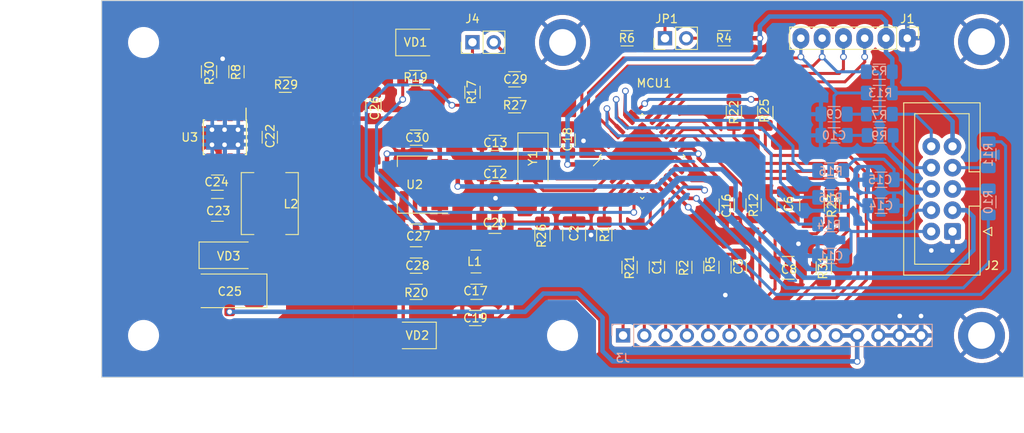
<source format=kicad_pcb>
(kicad_pcb (version 20221018) (generator pcbnew)
  (layers (0 "F.Cu" signal) (31 "B.Cu" signal) (34 "B.Paste" user) (35 "F.Paste" user) (36 "B.SilkS" user "B.Silkscreen") (37 "F.SilkS" user "F.Silkscreen") (38 "B.Mask" user) (39 "F.Mask" user) (44 "Edge.Cuts" user))
  (net 0 "")
  (net 1 "/ADC_IN3")
  (net 2 "GND")
  (net 3 "Net-(MCU1-PA0)")
  (net 4 "/ADC_IN4")
  (net 5 "RST")
  (net 6 "RefI")
  (net 7 "RefV")
  (net 8 "ON")
  (net 9 "PSON")
  (net 10 "VDD")
  (net 11 "VDDA")
  (net 12 "Net-(U3-BOOT)")
  (net 13 "+15V")
  (net 14 "+5V")
  (net 15 "ADC_IN8")
  (net 16 "SWDIO")
  (net 17 "SWCLK")
  (net 18 "AUDIO")
  (net 19 "RefV3")
  (net 20 "IFB")
  (net 21 "OVL")
  (net 22 "PSFBV")
  (net 23 "Net-(JP1-B)")
  (net 24 "BOOT")
  (net 25 "SCL")
  (net 26 "SDA")
  (net 27 "ENCA")
  (net 28 "/TIM1_CH1")
  (net 29 "SPI1_SCK")
  (net 30 "SPI1_MISO")
  (net 31 "SPI1_MOSI")
  (net 32 "PF1")
  (net 33 "PF0")
  (net 34 "LED1")
  (net 35 "Net-(VD1-A)")
  (net 36 "Net-(VD2-A)")
  (net 37 "PA12")
  (net 38 "/TIM1_CH2")
  (net 39 "PA15")
  (net 40 "Net-(U3-VSENSE)")
  (net 41 "ENCB")
  (net 42 "TIM1_CH3")
  (net 43 "TIM1_CH4")
  (net 47 "/PH")
  (net 48 "Net-(J2-Pin_10)")
  (net 49 "Net-(J2-Pin_8)")
  (net 50 "Net-(J2-Pin_7)")
  (net 51 "Net-(J2-Pin_5)")
  (net 52 "Net-(J4-Pin_2)")
  (net 53 "Net-(J4-Pin_1)")
  (net 54 "PA1")
  (net 55 "ADC_IN9")
  (net 56 "FANch")
  (net 57 "Net-(J2-Pin_6)")
  (net 58 "Net-(J2-Pin_4)")
  (net 59 "Net-(J2-Pin_2)")
  (net 61 "PA11")
  (footprint "Resistor_SMD:R_1206_3216Metric_Pad1.30x1.75mm_HandSolder" (layer "F.Cu") (at 152.759999 84.8575 -90)
    (fp_text reference "R5")
    (fp_text value "1k")
  )
  (footprint "Capacitor_SMD:C_1206_3216Metric_Pad1.33x1.80mm_HandSolder" (layer "F.Cu") (at 126.9375 73.7 180)
    (fp_text reference "C12")
    (fp_text value "15")
  )
  (footprint "Capacitor_SMD:C_1206_3216Metric_Pad1.33x1.80mm_HandSolder" (layer "F.Cu") (at 126.9375 70 180)
    (fp_text reference "C13")
    (fp_text value "15")
  )
  (footprint "Capacitor_SMD:C_1206_3216Metric_Pad1.33x1.80mm_HandSolder" (layer "F.Cu") (at 117.535 84.661108 180)
    (fp_text reference "C28")
    (fp_text value "0,1")
  )
  (footprint "Resistor_SMD:R_1206_3216Metric_Pad1.30x1.75mm_HandSolder" (layer "F.Cu") (at 92.8125 61.49625 90)
    (fp_text reference "R30")
    (fp_text value "3,24k")
  )
  (footprint "MountingHole:MountingHole_3.2mm_M3_DIN965_Pad" (layer "F.Cu") (at 185 57.9)
    (fp_text reference "H6" hide)
    (fp_text value "MountingHole_Pad" hide)
  )
  (footprint "Package_TO_SOT_SMD:SOT-223-3_TabPin2" (layer "F.Cu") (at 117.1975 74.98222 180)
    (fp_text reference "U2")
    (fp_text value "AMS1117-3.3")
  )
  (footprint "Capacitor_SMD:C_1206_3216Metric_Pad1.33x1.80mm_HandSolder" (layer "F.Cu") (at 156.023332 84.8575 -90)
    (fp_text reference "C3")
    (fp_text value "0,01")
  )
  (footprint "Capacitor_SMD:C_1206_3216Metric_Pad1.33x1.80mm_HandSolder" (layer "F.Cu") (at 100.0625 69.32125 -90)
    (fp_text reference "C22")
    (fp_text value "0,01")
  )
  (footprint "Resistor_SMD:R_1206_3216Metric_Pad1.30x1.75mm_HandSolder" (layer "F.Cu") (at 143 84.8575 -90)
    (fp_text reference "R21")
    (fp_text value "150")
  )
  (footprint "Capacitor_SMD:C_1206_3216Metric_Pad1.33x1.80mm_HandSolder" (layer "F.Cu") (at 154.6 77.4 -90)
    (fp_text reference "C16")
    (fp_text value "0,1")
  )
  (footprint "Capacitor_SMD:C_1210_3225Metric_Pad1.33x2.70mm_HandSolder" (layer "F.Cu") (at 117.535 81.046664 180)
    (fp_text reference "C27")
    (fp_text value "47,0")
  )
  (footprint "Capacitor_SMD:C_1206_3216Metric_Pad1.33x1.80mm_HandSolder" (layer "F.Cu") (at 135.6 69.6375 90)
    (fp_text reference "C18")
    (fp_text value "0,1")
  )
  (footprint "Crystal:Crystal_SMD_5032-2Pin_5.0x3.2mm" (layer "F.Cu") (at 131.47 71.85 -90)
    (fp_text reference "Y1")
    (fp_text value "12MHz*")
  )
  (footprint "Resistor_SMD:R_1206_3216Metric_Pad1.30x1.75mm_HandSolder" (layer "F.Cu") (at 124.25 63.95 -90)
    (fp_text reference "R17")
    (fp_text value "10")
  )
  (footprint "Resistor_SMD:R_1206_3216Metric_Pad1.30x1.75mm_HandSolder" (layer "F.Cu") (at 96.0875 61.49625 90)
    (fp_text reference "R8")
    (fp_text value "*")
  )
  (footprint "Resistor_SMD:R_1206_3216Metric_Pad1.30x1.75mm_HandSolder" (layer "F.Cu") (at 167.15 77.45 90)
    (fp_text reference "R23")
    (fp_text value "3k")
  )
  (footprint "Capacitor_SMD:C_1206_3216Metric_Pad1.33x1.80mm_HandSolder" (layer "F.Cu") (at 124.75 87.786108)
    (fp_text reference "C17")
    (fp_text value "0,1")
  )
  (footprint "Capacitor_SMD:C_1206_3216Metric_Pad1.33x1.80mm_HandSolder" (layer "F.Cu") (at 112.43 65.54 90)
    (fp_text reference "C26")
    (fp_text value "0,1")
  )
  (footprint "Resistor_SMD:R_1206_3216Metric_Pad1.30x1.75mm_HandSolder" (layer "F.Cu") (at 149.526666 84.8575 -90)
    (fp_text reference "R2")
    (fp_text value "1k")
  )
  (footprint "Capacitor_SMD:C_1210_3225Metric_Pad1.33x2.70mm_HandSolder" (layer "F.Cu") (at 136.38 81 -90)
    (fp_text reference "C2")
    (fp_text value "0,01")
  )
  (footprint "Capacitor_SMD:C_1206_3216Metric_Pad1.33x1.80mm_HandSolder" (layer "F.Cu") (at 117.5375 69.367776 180)
    (fp_text reference "C30")
    (fp_text value "0,1")
  )
  (footprint "MountingHole:MountingHole_3.2mm_M3_DIN965_Pad" (layer "F.Cu") (at 185 93)
    (fp_text reference "H4" hide)
    (fp_text value "MountingHole_Pad" hide)
  )
  (footprint "0smps_footprints:TI_SO-PowerPAD-8_ThermalViasV1" (layer "F.Cu") (at 94.705 69.32125 -90)
    (fp_text reference "U3")
    (fp_text value "TPS5430DDA")
  )
  (footprint "Resistor_SMD:R_1206_3216Metric_Pad1.30x1.75mm_HandSolder" (layer "F.Cu") (at 101.9125 63.04625)
    (fp_text reference "R29")
    (fp_text value "10k")
  )
  (footprint "Capacitor_SMD:C_1206_3216Metric_Pad1.33x1.80mm_HandSolder" (layer "F.Cu") (at 146.263333 84.8575 -90)
    (fp_text reference "C1")
    (fp_text value "0,01")
  )
  (footprint "MountingHole:MountingHole_3.2mm_M3_DIN965_Pad" (layer "F.Cu") (at 135 58)
    (fp_text reference "H5" hide)
    (fp_text value "MountingHole_Pad")
  )
  (footprint "Connector_PinHeader_2.54mm:PinHeader_1x02_P2.54mm_Vertical" (layer "F.Cu") (at 147.225 57.5 90)
    (fp_text reference "JP1")
    (fp_text value "Boot")
  )
  (footprint "Capacitor_SMD:C_1206_3216Metric_Pad1.33x1.80mm_HandSolder" (layer "F.Cu") (at 129.275 62.4 180)
    (fp_text reference "C29")
    (fp_text value "0,1")
  )
  (footprint "Capacitor_SMD:C_1210_3225Metric_Pad1.33x2.70mm_HandSolder" (layer "F.Cu") (at 126.925 79.45 180)
    (fp_text reference "C20")
    (fp_text value "22,0")
  )
  (footprint "Capacitor_SMD:C_1210_3225Metric_Pad1.33x2.70mm_HandSolder" (layer "F.Cu") (at 161.945 77.4 90)
    (fp_text reference "C6")
    (fp_text value "4,7")
  )
  (footprint "Resistor_SMD:R_1206_3216Metric_Pad1.30x1.75mm_HandSolder" (layer "F.Cu") (at 166.175 84.925 90)
    (fp_text reference "R31")
    (fp_text value "10")
  )
  (footprint "Resistor_SMD:R_1206_3216Metric_Pad1.30x1.75mm_HandSolder" (layer "F.Cu") (at 139.98 81 90)
    (fp_text reference "R1")
    (fp_text value "2k7")
  )
  (footprint "Capacitor_Tantalum_SMD:CP_EIA-7132-20_AVX-U" (layer "F.Cu") (at 95.4125 87.67125 180)
    (fp_text reference "C25")
    (fp_text value "220,0")
  )
  (footprint "Capacitor_SMD:C_1206_3216Metric_Pad1.33x1.80mm_HandSolder" (layer "F.Cu") (at 124.6 90.925 180)
    (fp_text reference "C19")
    (fp_text value "0,1")
  )
  (footprint "2020_zmod:PinHeader_1x06_P2.54mm_Vertical_zm" (layer "F.Cu") (at 176.14 57.49 -90)
    (fp_text reference "J1")
    (fp_text value "Debug")
  )
  (footprint "Capacitor_SMD:C_1210_3225Metric_Pad1.33x2.70mm_HandSolder" (layer "F.Cu") (at 161.925 84.925)
    (fp_text reference "C8")
    (fp_text value "4,7")
  )
  (footprint "LED_SMD:LED_1210_3225Metric_Pad1.42x2.65mm_HandSolder" (layer "F.Cu") (at 117.5575 58)
    (fp_text reference "VD1")
    (fp_text value "~")
  )
  (footprint "Capacitor_SMD:C_1206_3216Metric_Pad1.33x1.80mm_HandSolder" (layer "F.Cu") (at 93.8125 74.74625 180)
    (fp_text reference "C24")
    (fp_text value "0,1")
  )
  (footprint "Resistor_SMD:R_1206_3216Metric_Pad1.30x1.75mm_HandSolder" (layer "F.Cu") (at 129.275 65.5 180)
    (fp_text reference "R27")
    (fp_text value "10k")
  )
  (footprint "Resistor_SMD:R_1206_3216Metric_Pad1.30x1.75mm_HandSolder" (layer "F.Cu") (at 117.475 62.25)
    (fp_text reference "R19")
    (fp_text value "2k")
  )
  (footprint "Inductor_SMD:L_Abracon_ASPI-0630LR" (layer "F.Cu") (at 100.0625 77.24625 -90)
    (fp_text reference "L2")
    (fp_text value "22мкГн")
  )
  (footprint "Package_QFP:LQFP-32_7x7mm_P0.8mm" (layer "F.Cu") (at 144.506384 71.597957 45)
    (fp_text reference "MCU1")
    (fp_text value "STM32F030K6Tx")
  )
  (footprint "Resistor_SMD:R_1206_3216Metric_Pad1.30x1.75mm_HandSolder" (layer "F.Cu") (at 157.8 77.4 90)
    (fp_text reference "R12")
    (fp_text value "1k")
  )
  (footprint "Resistor_SMD:R_1206_3216Metric_Pad1.30x1.75mm_HandSolder" (layer "F.Cu") (at 159.2 66.35 -90)
    (fp_text reference "R25")
    (fp_text value "150")
  )
  (footprint "Diode_SMD:D_2010_5025Metric_Pad1.52x2.65mm_HandSolder" (layer "F.Cu") (at 94.9875 83.42125)
    (fp_text reference "VD3")
    (fp_text value "~")
  )
  (footprint "Connector_PinHeader_2.54mm:PinHeader_1x02_P2.54mm_Vertical" (layer "F.Cu") (at 124.25 57.975 90)
    (fp_text reference "J4")
    (fp_text value "t")
  )
  (footprint "LED_SMD:LED_1210_3225Metric_Pad1.42x2.65mm_HandSolder" (layer "F.Cu") (at 117.4725 93 180)
    (fp_text reference "VD2")
    (fp_text value "~")
  )
  (footprint "Resistor_SMD:R_1206_3216Metric_Pad1.30x1.75mm_HandSolder" (layer "F.Cu") (at 117.535 87.795552 180)
    (fp_text reference "R20")
    (fp_text value "2k")
  )
  (footprint "Resistor_SMD:R_1206_3216Metric_Pad1.30x1.75mm_HandSolder" (layer "F.Cu") (at 154.3 57.49 180)
    (fp_text reference "R4")
    (fp_text value "1k")
  )
  (footprint "0smps_footprints:IDC-Header_2x05_P2.54_V01" (layer "F.Cu") (at 181.54 80.58 180)
    (fp_text reference "J2")
    (fp_text value "~")
  )
  (footprint "MountingHole:MountingHole_3.2mm_M3" (layer "F.Cu") (at 85 93)
    (fp_text reference "H2" hide)
    (fp_text value "MountingHole")
  )
  (footprint "Resistor_SMD:R_1206_3216Metric_Pad1.30x1.75mm_HandSolder" (layer "F.Cu") (at 132.6 81 -90)
    (fp_text reference "R26")
    (fp_text value "150")
  )
  (footprint "Inductor_SMD:L_1210_3225Metric_Pad1.42x2.65mm_HandSolder" (layer "F.Cu") (at 124.675 84.171664)
    (fp_text reference "L1")
    (fp_text value "100мкГн")
  )
  (footprint "MountingHole:MountingHole_3.2mm_M3" (layer "F.Cu") (at 85 58)
    (fp_text reference "H3" hide)
    (fp_text value "MountingHole")
  )
  (footprint "MountingHole:MountingHole_3.2mm_M3" (layer "F.Cu") (at 135 93)
    (fp_text reference "H1" hide)
    (fp_text value "MountingHole")
  )
  (footprint "Resistor_SMD:R_1206_3216Metric_Pad1.30x1.75mm_HandSolder" (layer "F.Cu") (at 142.7 57.5)
    (fp_text reference "R6")
    (fp_text value "10k")
  )
  (footprint "Capacitor_SMD:C_1210_3225Metric_Pad1.33x2.70mm_HandSolder" (layer "F.Cu") (at 93.8125 77.99625 180)
    (fp_text reference "C23")
    (fp_text value "22,0")
  )
  (footprint "Resistor_SMD:R_1206_3216Metric_Pad1.30x1.75mm_HandSolder" (layer "F.Cu") (at 155.45 66.35 -90)
    (fp_text reference "R22")
    (fp_text value "150")
  )
  (footprint "Capacitor_SMD:C_1206_3216Metric_Pad1.33x1.80mm_HandSolder" (layer "B.Cu") (at 167.4 66.566666 180)
    (fp_text reference "C9")
    (fp_text value "100*")
  )
  (footprint "Capacitor_SMD:C_1206_3216Metric_Pad1.33x1.80mm_HandSolder" (layer "B.Cu") (at 167 83.5 180)
    (fp_text reference "C11")
    (fp_text value "100")
  )
  (footprint "Resistor_SMD:R_1206_3216Metric_Pad1.30x1.75mm_HandSolder" (layer "B.Cu") (at 167 76.5)
    (fp_text reference "R15")
    (fp_text value "22")
  )
  (footprint "Resistor_SMD:R_1206_3216Metric_Pad1.30x1.75mm_HandSolder" (layer "B.Cu") (at 172.9 69.1)
    (fp_text reference "R9")
    (fp_text value "22")
  )
  (footprint "Connector_PinHeader_2.54mm:PinHeader_1x15_P2.54mm_Vertical" (layer "B.Cu") (at 142.22 93 -90)
    (fp_text reference "J3")
    (fp_text value "~")
  )
  (footprint "Capacitor_SMD:C_1206_3216Metric_Pad1.33x1.80mm_HandSolder" (layer "B.Cu") (at 173 74.4 180)
    (fp_text reference "C15")
    (fp_text value "100")
  )
  (footprint "Resistor_SMD:R_1206_3216Metric_Pad1.30x1.75mm_HandSolder" (layer "B.Cu") (at 172.8 61.5)
    (fp_text reference "R3")
    (fp_text value "15k")
  )
  (footprint "Resistor_SMD:R_1206_3216Metric_Pad1.30x1.75mm_HandSolder" (layer "B.Cu") (at 167 73.3)
    (fp_text reference "R16")
    (fp_text value "22")
  )
  (footprint "Resistor_SMD:R_1206_3216Metric_Pad1.30x1.75mm_HandSolder" (layer "B.Cu") (at 185.81 71.41 -90)
    (fp_text reference "R11")
    (fp_text value "22")
  )
  (footprint "Resistor_SMD:R_1206_3216Metric_Pad1.30x1.75mm_HandSolder" (layer "B.Cu") (at 172.8 64.033333)
    (fp_text reference "R13")
    (fp_text value "15k")
  )
  (footprint "Resistor_SMD:R_1206_3216Metric_Pad1.30x1.75mm_HandSolder" (layer "B.Cu") (at 185.81 77.05 90)
    (fp_text reference "R10")
    (fp_text value "22")
  )
  (footprint "Resistor_SMD:R_1206_3216Metric_Pad1.30x1.75mm_HandSolder" (layer "B.Cu") (at 172.8 66.566666)
    (fp_text reference "R7")
    (fp_text value "22")
  )
  (footprint "Capacitor_SMD:C_1206_3216Metric_Pad1.33x1.80mm_HandSolder" (layer "B.Cu") (at 173 77.5)
    (fp_text reference "C14")
    (fp_text value "100")
  )
  (footprint "Resistor_SMD:R_1206_3216Metric_Pad1.30x1.75mm_HandSolder" (layer "B.Cu") (at 167 79.7)
    (fp_text reference "R14")
    (fp_text value "22")
  )
  (footprint "Capacitor_SMD:C_1206_3216Metric_Pad1.33x1.80mm_HandSolder" (layer "B.Cu") (at 167.4 69.1 180)
    (fp_text reference "C10")
    (fp_text value "100*")
  )
  (gr_line (start 190 53) (end 190 98) (stroke (width 0.1)) (layer "Edge.Cuts"))
  (gr_line (start 80 98) (end 80 53) (stroke (width 0.1)) (layer "Edge.Cuts"))
  (gr_line (start 80 53) (end 190 53) (stroke (width 0.1)) (layer "Edge.Cuts"))
  (gr_line (start 190 98) (end 80 98) (stroke (width 0.1)) (layer "Edge.Cuts"))
  (segment (start 146.275833 83.3075) (end 146.263333 83.295) (width 0.36) (layer "F.Cu") (net 1))
  (segment (start 146.263333 83.295) (end 146.263333 80.363333) (width 0.36) (layer "F.Cu") (net 1))
  (segment (start 146.263333 80.363333) (end 145.471573 79.571573) (width 0.36) (layer "F.Cu") (net 1))
  (segment (start 149.526666 83.3075) (end 146.275833 83.3075) (width 0.36) (layer "F.Cu") (net 1))
  (segment (start 145.471573 79.571573) (end 145.471573 76.528427) (width 0.36) (layer "F.Cu") (net 1))
  (segment (start 94.07 72.02125) (end 94.07 69.95625) (width 0.54) (layer "F.Cu") (net 2))
  (segment (start 177.78 90.54) (end 181.54 86.78) (width 0.54) (layer "F.Cu") (net 2))
  (segment (start 179 86.86) (end 175.24 90.62) (width 0.54) (layer "F.Cu") (net 2))
  (segment (start 136.075 68.075) (end 135.6 68.075) (width 0.36) (layer "F.Cu") (net 2))
  (segment (start 96.0875 59.94625) (end 92.8125 59.94625) (width 0.54) (layer "F.Cu") (net 2))
  (segment (start 139.567231 70.624085) (end 138.374085 70.624085) (width 0.44) (layer "F.Cu") (net 2))
  (segment (start 94.07 69.95625) (end 94.705 69.32125) (width 0.54) (layer "F.Cu") (net 2))
  (segment (start 181.54 86.78) (end 181.54 82.85) (width 0.54) (layer "F.Cu") (net 2))
  (segment (start 94.07 72.02125) (end 94.07 72.92625) (width 0.54) (layer "F.Cu") (net 2))
  (segment (start 92.25 87.28375) (end 92.25 77.99625) (width 0.54) (layer "F.Cu") (net 2))
  (segment (start 179 82.85) (end 179 86.86) (width 0.54) (layer "F.Cu") (net 2))
  (segment (start 138.374085 70.624085) (end 137.5 69.75) (width 0.44) (layer "F.Cu") (net 2))
  (segment (start 181.54 82.85) (end 179 82.85) (width 0.54) (layer "F.Cu") (net 2))
  (segment (start 92.25 74.74625) (end 92.25 77.99625) (width 0.54) (layer "F.Cu") (net 2))
  (segment (start 175.24 90.62) (end 175.24 93) (width 0.54) (layer "F.Cu") (net 2))
  (segment (start 140.7 71.7) (end 148.5 71.7) (width 0.44) (layer "F.Cu") (net 2))
  (segment (start 148.5 71.7) (end 149.431371 72.568629) (width 0.44) (layer "F.Cu") (net 2))
  (segment (start 181.54 80.58) (end 181.54 82.85) (width 0.54) (layer "F.Cu") (net 2))
  (segment (start 149.431371 72.568629) (end 149.843629 72.568629) (width 0.44) (layer "F.Cu") (net 2))
  (segment (start 177.78 93) (end 177.78 90.54) (width 0.54) (layer "F.Cu") (net 2))
  (segment (start 92.6375 87.67125) (end 92.25 87.28375) (width 0.54) (layer "F.Cu") (net 2))
  (segment (start 149.843629 72.568629) (end 150.8 73.525) (width 0.44) (layer "F.Cu") (net 2))
  (segment (start 117.7725 81.1) (end 117.7975 81.125) (width 0.4) (layer "F.Cu") (net 2))
  (segment (start 94.07 72.92625) (end 92.25 74.74625) (width 0.54) (layer "F.Cu") (net 2))
  (segment (start 139.567231 70.624085) (end 140.7 71.7) (width 0.44) (layer "F.Cu") (net 2))
  (segment (start 177.78 93) (end 175.24 93) (width 0.54) (layer "F.Cu") (net 2))
  (via (at 175.24 90.68) (size 0.8) (drill 0.55) (layers "F.Cu" "B.Cu") (net 2))
  (via (at 127 76.6) (size 0.8) (drill 0.55) (layers "F.Cu" "B.Cu") (net 2))
  (via (at 94.663334 68.42125) (size 0.8) (drill 0.55) (layers "F.Cu" "B.Cu") (net 2))
  (via (at 93.163334 70.22125) (size 0.8) (drill 0.55) (layers "F.Cu" "B.Cu") (net 2))
  (via (at 181.54 82.85) (size 0.8) (drill 0.55) (layers "F.Cu" "B.Cu") (net 2))
  (via (at 96.263334 70.22125) (size 0.8) (drill 0.55) (layers "F.Cu" "B.Cu") (net 2))
  (via (at 137.5 69.75) (size 0.8) (drill 0.55) (layers "F.Cu" "B.Cu") (net 2))
  (via (at 163.15 82.05) (size 0.8) (drill 0.55) (layers "F.Cu" "B.Cu") (net 2))
  (via (at 138.4 81) (size 0.8) (drill 0.55) (layers "F.Cu" "B.Cu") (net 2))
  (via (at 177.78 90.68) (size 0.8) (drill 0.55) (layers "F.Cu" "B.Cu") (net 2))
  (via (at 154.425 88.175) (size 0.8) (drill 0.55) (layers "F.Cu" "B.Cu") (net 2))
  (via (at 94.4375 59.94625) (size 0.8) (drill 0.55) (layers "F.Cu" "B.Cu") (net 2))
  (via (at 179 82.85) (size 0.8) (drill 0.55) (layers "F.Cu" "B.Cu") (net 2))
  (via (at 94.663334 70.22125) (size 0.8) (drill 0.55) (layers "F.Cu" "B.Cu") (net 2))
  (via (at 96.263334 68.42125) (size 0.8) (drill 0.55) (layers "F.Cu" "B.Cu") (net 2))
  (via (at 93.163334 68.42125) (size 0.8) (drill 0.55) (layers "F.Cu" "B.Cu") (net 2))
  (segment (start 94.7 72.407708) (end 94.7 65.992292) (width 0.44) (layer "B.Cu") (net 2))
  (segment (start 175.24 93) (end 177.78 93) (width 0.54) (layer "B.Cu") (net 2))
  (segment (start 93.2 72.607708) (end 93.2 66.192292) (width 0.44) (layer "B.Cu") (net 2))
  (segment (start 175.24 90.68) (end 175.24 93) (width 0.54) (layer "B.Cu") (net 2))
  (segment (start 91.584584 70.2) (end 98 70.2) (width 0.44) (layer "B.Cu") (net 2))
  (segment (start 93.125834 68.38375) (end 93.163334 68.42125) (width 0.44) (layer "B.Cu") (net 2))
  (segment (start 96.3 72.407708) (end 96.3 65.992292) (width 0.44) (layer "B.Cu") (net 2))
  (segment (start 181.54 82.85) (end 179 82.85) (width 0.54) (layer "B.Cu") (net 2))
  (segment (start 91.584584 68.42125) (end 98 68.42125) (width 0.44) (layer "B.Cu") (net 2))
  (segment (start 177.78 90.68) (end 177.78 93) (width 0.54) (layer "B.Cu") (net 2))
  (segment (start 181.54 80.58) (end 181.54 82.85) (width 0.54) (layer "B.Cu") (net 2))
  (segment (start 142.395658 75.397056) (end 139.98 77.812714) (width 0.36) (layer "F.Cu") (net 3))
  (segment (start 139.98 77.812714) (end 139.98 79.45) (width 0.36) (layer "F.Cu") (net 3))
  (segment (start 152.772499 83.295) (end 152.759999 83.3075) (width 0.36) (layer "F.Cu") (net 4))
  (segment (start 150.527499 81.075) (end 148.375 81.075) (width 0.36) (layer "F.Cu") (net 4))
  (segment (start 156.023332 83.295) (end 152.772499 83.295) (width 0.36) (layer "F.Cu") (net 4))
  (segment (start 148.375 81.075) (end 146.975 79.675) (width 0.36) (layer "F.Cu") (net 4))
  (segment (start 146.975 79.675) (end 146.975 76.900483) (width 0.36) (layer "F.Cu") (net 4))
  (segment (start 146.975 76.900483) (end 146.037258 75.962741) (width 0.36) (layer "F.Cu") (net 4))
  (segment (start 152.759999 83.3075) (end 150.527499 81.075) (width 0.36) (layer "F.Cu") (net 4))
  (segment (start 161.945 78.9625) (end 159.525 78.9625) (width 0.36) (layer "F.Cu") (net 6))
  (segment (start 159.525 78.9625) (end 159.525 80.225) (width 0.36) (layer "F.Cu") (net 6))
  (segment (start 159.525 80.225) (end 158.55 81.2) (width 0.36) (layer "F.Cu") (net 6))
  (segment (start 158.55 87.625) (end 154.92 91.255) (width 0.36) (layer "F.Cu") (net 6))
  (segment (start 157.8125 78.9625) (end 157.8 78.95) (width 0.36) (layer "F.Cu") (net 6))
  (segment (start 158.55 81.2) (end 158.55 87.625) (width 0.36) (layer "F.Cu") (net 6))
  (segment (start 154.92 91.255) (end 154.92 93) (width 0.36) (layer "F.Cu") (net 6))
  (segment (start 159.525 78.9625) (end 157.8125 78.9625) (width 0.36) (layer "F.Cu") (net 6))
  (segment (start 157.46 90.315) (end 157.46 93) (width 0.36) (layer "F.Cu") (net 7))
  (segment (start 160.3625 83.475) (end 160.3625 81.3875) (width 0.36) (layer "F.Cu") (net 7))
  (segment (start 160.3625 81.3875) (end 160.9 80.85) (width 0.36) (layer "F.Cu") (net 7))
  (segment (start 160.3625 87.4125) (end 157.46 90.315) (width 0.36) (layer "F.Cu") (net 7))
  (segment (start 160.3625 83.475) (end 160.3625 87.4125) (width 0.36) (layer "F.Cu") (net 7))
  (segment (start 160.9 80.85) (end 165.3 80.85) (width 0.36) (layer "F.Cu") (net 7))
  (segment (start 165.3 80.85) (end 167.15 79) (width 0.36) (layer "F.Cu") (net 7))
  (segment (start 160 71.5) (end 159.2 70.7) (width 0.36) (layer "F.Cu") (net 8))
  (segment (start 167.825 89.8) (end 171.25 86.375) (width 0.36) (layer "F.Cu") (net 8))
  (segment (start 169.2 71.5) (end 160 71.5) (width 0.36) (layer "F.Cu") (net 8))
  (segment (start 171.25 73.55) (end 169.2 71.5) (width 0.36) (layer "F.Cu") (net 8))
  (segment (start 171.25 86.375) (end 171.25 73.55) (width 0.36) (layer "F.Cu") (net 8))
  (segment (start 165.08 93) (end 165.08 90.895) (width 0.36) (layer "F.Cu") (net 8))
  (segment (start 165.08 90.895) (end 166.175 89.8) (width 0.36) (layer "F.Cu") (net 8))
  (segment (start 159.2 70.7) (end 159.2 67.9) (width 0.36) (layer "F.Cu") (net 8))
  (segment (start 166.175 89.8) (end 167.825 89.8) (width 0.36) (layer "F.Cu") (net 8))
  (segment (start 162.54 91.085) (end 162.54 93) (width 0.36) (layer "F.Cu") (net 9))
  (segment (start 158.55 72.45) (end 168.85 72.45) (width 0.36) (layer "F.Cu") (net 9))
  (segment (start 167.675 88.5) (end 165.125 88.5) (width 0.36) (layer "F.Cu") (net 9))
  (segment (start 155.45 67.9) (end 155.45 69.35) (width 0.36) (layer "F.Cu") (net 9))
  (segment (start 168.85 72.45) (end 170.25 73.85) (width 0.36) (layer "F.Cu") (net 9))
  (segment (start 170.25 85.925) (end 167.675 88.5) (width 0.36) (layer "F.Cu") (net 9))
  (segment (start 155.45 69.35) (end 158.55 72.45) (width 0.36) (layer "F.Cu") (net 9))
  (segment (start 165.125 88.5) (end 162.54 91.085) (width 0.36) (layer "F.Cu") (net 9))
  (segment (start 170.25 73.85) (end 170.25 85.925) (width 0.36) (layer "F.Cu") (net 9))
  (segment (start 135.601371 72.568629) (end 135.6 72.57) (width 0.44) (layer "F.Cu") (net 10))
  (segment (start 151.2 71.3) (end 151.2 71.83) (width 0.44) (layer "F.Cu") (net 10))
  (segment (start 114.0475 74.98222) (end 114.0475 71.3) (width 0.54) (layer "F.Cu") (net 10))
  (segment (start 119.085 83) (end 119.085 81.059164) (width 0.54) (layer "F.Cu") (net 10))
  (segment (start 135.601371 72.568629) (end 135.601371 71.201371) (width 0.44) (layer "F.Cu") (net 10))
  (segment (start 119.0975 80.1) (end 117.3975 78.4) (width 0.54) (layer "F.Cu") (net 10))
  (segment (start 154.6 75.23) (end 154.6 75.8375) (width 0.44) (layer "F.Cu") (net 10))
  (segment (start 135.601371 71.201371) (end 135.6 71.2) (width 0.44) (layer "F.Cu") (net 10))
  (segment (start 119.0975 81.046664) (end 119.0975 80.1) (width 0.54) (layer "F.Cu") (net 10))
  (segment (start 149.431371 70.624085) (end 150.524085 70.624085) (width 0.44) (layer "F.Cu") (net 10))
  (segment (start 136.971371 72.568629) (end 135.601371 72.568629) (width 0.54) (layer "F.Cu") (net 10))
  (segment (start 114.0475 74.98222) (end 117.3975 74.98222) (width 0.54) (layer "F.Cu") (net 10))
  (segment (start 139.567231 72.568629) (end 136.971371 72.568629) (width 0.54) (layer "F.Cu") (net 10))
  (segment (start 119.094444 87.786108) (end 119.085 87.795552) (width 0.54) (layer "F.Cu") (net 10))
  (segment (start 123.1875 87.786108) (end 119.094444 87.786108) (width 0.54) (layer "F.Cu") (net 10))
  (segment (start 117.3975 78.4) (end 117.3975 74.98222) (width 0.54) (layer "F.Cu") (net 10))
  (segment (start 123.1875 84.171664) (end 123.1875 87.786108) (width 0.54) (layer "F.Cu") (net 10))
  (segment (start 151.2 71.83) (end 154.6 75.23) (width 0.44) (layer "F.Cu") (net 10))
  (segment (start 158.55 57.49) (end 155.85 57.49) (width 0.54) (layer "F.Cu") (net 10))
  (segment (start 119.085 81.059164) (end 119.0975 81.046664) (width 0.54) (layer "F.Cu") (net 10))
  (segment (start 119.085 87.795552) (end 119.085 83) (width 0.54) (layer "F.Cu") (net 10))
  (segment (start 150.524085 70.624085) (end 151.2 71.3) (width 0.44) (layer "F.Cu") (net 10))
  (segment (start 117.3975 74.98222) (end 120.3475 74.98222) (width 0.54) (layer "F.Cu") (net 10))
  (via (at 135.6 72.57) (size 0.8) (drill 0.55) (layers "F.Cu" "B.Cu") (net 10))
  (via (at 114.0475 71.3) (size 0.8) (drill 0.55) (layers "F.Cu" "B.Cu") (net 10))
  (via (at 158.55 57.49) (size 0.8) (drill 0.55) (layers "F.Cu" "B.Cu") (net 10))
  (via (at 151.2 71.3) (size 0.8) (drill 0.55) (layers "F.Cu" "B.Cu") (net 10))
  (segment (start 157.65 59.95) (end 142.6 59.95) (width 0.54) (layer "B.Cu") (net 10))
  (segment (start 173.6 57.49) (end 173.6 59.2) (width 0.54) (layer "B.Cu") (net 10))
  (segment (start 142.6 59.95) (end 135.6 66.95) (width 0.54) (layer "B.Cu") (net 10))
  (segment (start 181.54 67.44) (end 181.54 70.42) (width 0.54) (layer "B.Cu") (net 10))
  (segment (start 174.35 61.5) (end 174.35 64.033333) (width 0.54) (layer "B.Cu") (net 10))
  (segment (start 178.133333 64.033333) (end 181.54 67.44) (width 0.54) (layer "B.Cu") (net 10))
  (segment (start 173.6 55.5) (end 173 54.9) (width 0.54) (layer "B.Cu") (net 10))
  (segment (start 158.55 59.05) (end 157.65 59.95) (width 0.54) (layer "B.Cu") (net 10))
  (segment (start 173.6 57.49) (end 173.6 55.5) (width 0.54) (layer "B.Cu") (net 10))
  (segment (start 173 54.9) (end 159.7 54.9) (width 0.54) (layer "B.Cu") (net 10))
  (segment (start 173.6 59.2) (end 174.35 59.95) (width 0.54) (layer "B.Cu") (net 10))
  (segment (start 174.35 64.033333) (end 178.133333 64.033333) (width 0.54) (layer "B.Cu") (net 10))
  (segment (start 151.2 71.3) (end 114.0475 71.3) (width 0.44) (layer "B.Cu") (net 10))
  (segment (start 174.35 59.95) (end 174.35 61.5) (width 0.54) (layer "B.Cu") (net 10))
  (segment (start 158.55 56.05) (end 158.55 59.05) (width 0.54) (layer "B.Cu") (net 10))
  (segment (start 135.6 66.95) (end 135.6 72.57) (width 0.54) (layer "B.Cu") (net 10))
  (segment (start 159.7 54.9) (end 158.55 56.05) (width 0.54) (layer "B.Cu") (net 10))
  (segment (start 128.4875 79.45) (end 128.4875 84.175) (width 0.36) (layer "F.Cu") (net 11))
  (segment (start 133.665 76.835) (end 132.6 77.9) (width 0.36) (layer "F.Cu") (net 11))
  (segment (start 127.35 90.925) (end 126.1625 90.925) (width 0.36) (layer "F.Cu") (net 11))
  (segment (start 132.6 79.45) (end 128.4875 79.45) (width 0.36) (layer "F.Cu") (net 11))
  (segment (start 132.6 77.9) (end 132.6 79.45) (width 0.36) (layer "F.Cu") (net 11))
  (segment (start 126.165836 84.175) (end 126.1625 84.171664) (width 0.36) (layer "F.Cu") (net 11))
  (segment (start 128.4875 84.175) (end 128.4875 89.7875) (width 0.36) (layer "F.Cu") (net 11))
  (segment (start 141.829973 74.831371) (end 139.826344 76.835) (width 0.36) (layer "F.Cu") (net 11))
  (segment (start 128.4875 84.175) (end 126.165836 84.175) (width 0.36) (layer "F.Cu") (net 11))
  (segment (start 128.4875 89.7875) (end 127.35 90.925) (width 0.36) (layer "F.Cu") (net 11))
  (segment (start 139.826344 76.835) (end 133.665 76.835) (width 0.36) (layer "F.Cu") (net 11))
  (segment (start 100.0625 67.47125) (end 99.2125 66.62125) (width 0.54) (layer "F.Cu") (net 12))
  (segment (start 99.2125 66.62125) (end 96.61 66.62125) (width 0.54) (layer "F.Cu") (net 12))
  (segment (start 100.0625 67.75875) (end 100.0625 67.47125) (width 0.54) (layer "F.Cu") (net 12))
  (segment (start 95.34 72.02125) (end 95.34 79.33625) (width 0.54) (layer "F.Cu") (net 13))
  (segment (start 170.16 96.1) (end 170.16 93) (width 0.54) (layer "F.Cu") (net 13))
  (segment (start 95.375 90.075) (end 95.375 77.99625) (width 0.54) (layer "F.Cu") (net 13))
  (segment (start 95.275 90.175) (end 95.375 90.075) (width 0.54) (layer "F.Cu") (net 13))
  (segment (start 170.16 93) (end 167.62 93) (width 0.54) (layer "F.Cu") (net 13))
  (segment (start 95.34 79.33625) (end 95.35 79.34625) (width 0.54) (layer "F.Cu") (net 13))
  (via (at 170.16 96.1) (size 0.8) (drill 0.55) (layers "F.Cu" "B.Cu") (net 13))
  (via (at 95.275 90.175) (size 0.8) (drill 0.55) (layers "F.Cu" "B.Cu") (net 13))
  (segment (start 139.77 90.87) (end 136.9 88) (width 0.54) (layer "B.Cu") (net 13))
  (segment (start 139.77 94.87) (end 139.77 90.87) (width 0.54) (layer "B.Cu") (net 13))
  (segment (start 170.16 96.1) (end 141 96.1) (width 0.54) (layer "B.Cu") (net 13))
  (segment (start 141 96.1) (end 139.77 94.87) (width 0.54) (layer "B.Cu") (net 13))
  (segment (start 130.525 90.175) (end 95.275 90.175) (width 0.54) (layer "B.Cu") (net 13))
  (segment (start 170.16 96.1) (end 170.16 93) (width 0.54) (layer "B.Cu") (net 13))
  (segment (start 170.16 93) (end 167.62 93) (width 0.54) (layer "B.Cu") (net 13))
  (segment (start 136.9 88) (end 132.7 88) (width 0.54) (layer "B.Cu") (net 13))
  (segment (start 132.7 88) (end 130.525 90.175) (width 0.54) (layer "B.Cu") (net 13))
  (segment (start 120.3475 70.615276) (end 119.1 69.367776) (width 0.54) (layer "F.Cu") (net 14))
  (segment (start 100.0625 80.27125) (end 100.0625 85.79625) (width 0.54) (layer "F.Cu") (net 14))
  (segment (start 119.1 67.675) (end 118.525 67.1) (width 0.54) (layer "F.Cu") (net 14))
  (segment (start 121.73222 72.68222) (end 120.3475 72.68222) (width 0.54) (layer "F.Cu") (net 14))
  (segment (start 100.0625 85.79625) (end 98.1875 87.67125) (width 0.54) (layer "F.Cu") (net 14))
  (segment (start 103.6125 67.1) (end 103.4625 66.95) (width 0.54) (layer "F.Cu") (net 14))
  (segment (start 102.8625 80.27125) (end 103.4625 79.67125) (width 0.54) (layer "F.Cu") (net 14))
  (segment (start 119.117776 69.35) (end 119.1 69.367776) (width 0.54) (layer "F.Cu") (net 14))
  (segment (start 100.0625 80.27125) (end 102.8625 80.27125) (width 0.54) (layer "F.Cu") (net 14))
  (segment (start 122.4975 75.2) (end 122.4975 73.4475) (width 0.54) (layer "F.Cu") (net 14))
  (segment (start 119.1 69.367776) (end 119.1 67.675) (width 0.54) (layer "F.Cu") (net 14))
  (segment (start 118.525 67.1) (end 103.6125 67.1) (width 0.54) (layer "F.Cu") (net 14))
  (segment (start 120.3475 72.68222) (end 120.3475 70.615276) (width 0.54) (layer "F.Cu") (net 14))
  (segment (start 122.4975 73.4475) (end 121.73222 72.68222) (width 0.54) (layer "F.Cu") (net 14))
  (segment (start 103.4625 66.95) (end 103.4625 63.04625) (width 0.54) (layer "F.Cu") (net 14))
  (segment (start 103.4625 79.67125) (end 103.4625 66.95) (width 0.54) (layer "F.Cu") (net 14))
  (via (at 122.4975 75.2) (size 0.8) (drill 0.55) (layers "F.Cu" "B.Cu") (net 14))
  (segment (start 182.19 84.61) (end 180.7 86.1) (width 0.54) (layer "B.Cu") (net 14))
  (segment (start 154 73.15) (end 148.3 73.15) (width 0.54) (layer "B.Cu") (net 14))
  (segment (start 184.03 78.84) (end 184.03 82.8) (width 0.54) (layer "B.Cu") (net 14))
  (segment (start 163.8 86.1) (end 155.65 77.95) (width 0.54) (layer "B.Cu") (net 14))
  (segment (start 180.7 86.1) (end 163.8 86.1) (width 0.54) (layer "B.Cu") (net 14))
  (segment (start 146.25 75.2) (end 122.4975 75.2) (width 0.54) (layer "B.Cu") (net 14))
  (segment (start 184.03 82.8) (end 182.22 84.61) (width 0.54) (layer "B.Cu") (net 14))
  (segment (start 183.23 78.04) (end 184.03 78.84) (width 0.54) (layer "B.Cu") (net 14))
  (segment (start 148.3 73.15) (end 146.25 75.2) (width 0.54) (layer "B.Cu") (net 14))
  (segment (start 182.22 84.61) (end 182.19 84.61) (width 0.54) (layer "B.Cu") (net 14))
  (segment (start 155.65 77.95) (end 155.65 74.8) (width 0.54) (layer "B.Cu") (net 14))
  (segment (start 181.54 78.04) (end 183.23 78.04) (width 0.54) (layer "B.Cu") (net 14))
  (segment (start 155.65 74.8) (end 154 73.15) (width 0.54) (layer "B.Cu") (net 14))
  (segment (start 150.025 75.425) (end 151.725 75.425) (width 0.44) (layer "F.Cu") (net 15))
  (segment (start 148.3 73.7) (end 150.025 75.425) (width 0.44) (layer "F.Cu") (net 15))
  (segment (start 151.725 75.425) (end 151.95 75.65) (width 0.44) (layer "F.Cu") (net 15))
  (segment (start 121.8 65.5) (end 124.25 65.5) (width 0.36) (layer "F.Cu") (net 15))
  (via (at 121.8 65.5) (size 0.8) (drill 0.55) (layers "F.Cu" "B.Cu") (net 15))
  (via (at 151.95 75.65) (size 0.8) (drill 0.55) (layers "F.Cu" "B.Cu") (net 15))
  (segment (start 149.4 75.275) (end 151.575 75.275) (width 0.36) (layer "B.Cu") (net 15))
  (segment (start 111.575 65.675) (end 111.575 73.95) (width 0.36) (layer "B.Cu") (net 15))
  (segment (start 117.325 79.7) (end 144.975 79.7) (width 0.36) (layer "B.Cu") (net 15))
  (segment (start 121.8 65.5) (end 119.375 63.075) (width 0.36) (layer "B.Cu") (net 15))
  (segment (start 114.175 63.075) (end 111.575 65.675) (width 0.36) (layer "B.Cu") (net 15))
  (segment (start 119.375 63.075) (end 114.175 63.075) (width 0.36) (layer "B.Cu") (net 15))
  (segment (start 111.575 73.95) (end 117.325 79.7) (width 0.36) (layer "B.Cu") (net 15))
  (segment (start 144.975 79.7) (end 149.4 75.275) (width 0.36) (layer "B.Cu") (net 15))
  (segment (start 151.575 75.275) (end 151.95 75.65) (width 0.36) (layer "B.Cu") (net 15))
  (segment (start 146.037258 67.229973) (end 150.567231 62.7) (width 0.36) (layer "F.Cu") (net 16))
  (segment (start 171.06 60.34) (end 171.06 57.49) (width 0.36) (layer "F.Cu") (net 16))
  (segment (start 168.7 62.7) (end 171.06 60.34) (width 0.36) (layer "F.Cu") (net 16))
  (segment (start 150.567231 62.7) (end 168.7 62.7) (width 0.36) (layer "F.Cu") (net 16))
  (via (at 171.05 59.72) (size 0.8) (drill 0.55) (layers "F.Cu" "B.Cu") (net 16))
  (segment (start 171.05 57.5) (end 171.06 57.49) (width 0.36) (layer "B.Cu") (net 16))
  (segment (start 171.05 59.72) (end 171.05 57.5) (width 0.36) (layer "B.Cu") (net 16))
  (segment (start 150.43586 61.7) (end 168.02 61.7) (width 0.36) (layer "F.Cu") (net 17))
  (segment (start 145.471573 66.664287) (end 150.43586 61.7) (width 0.36) (layer "F.Cu") (net 17))
  (segment (start 168.02 61.7) (end 168.52 61.2) (width 0.36) (layer "F.Cu") (net 17))
  (segment (start 168.52 61.2) (end 168.52 57.49) (width 0.36) (layer "F.Cu") (net 17))
  (via (at 168.52 59.72) (size 0.8) (drill 0.55) (layers "F.Cu" "B.Cu") (net 17))
  (segment (start 168.52 59.72) (end 168.52 57.49) (width 0.36) (layer "B.Cu") (net 17))
  (segment (start 142 88.6) (end 143 88.6) (width 0.36) (layer "F.Cu") (net 18))
  (segment (start 144.76 90.36) (end 144.76 93) (width 0.36) (layer "F.Cu") (net 18))
  (segment (start 136.38 82.5625) (end 139.9675 82.5625) (width 0.36) (layer "F.Cu") (net 18))
  (segment (start 139.9675 82.5625) (end 139.98 82.55) (width 0.36) (layer "F.Cu") (net 18))
  (segment (start 141 87.6) (end 142 88.6) (width 0.36) (layer "F.Cu") (net 18))
  (segment (start 139.98 82.55) (end 141 83.57) (width 0.36) (layer "F.Cu") (net 18))
  (segment (start 143 88.6) (end 144.76 90.36) (width 0.36) (layer "F.Cu") (net 18))
  (segment (start 141 83.57) (end 141 87.6) (width 0.36) (layer "F.Cu") (net 18))
  (segment (start 139.3 84.5) (end 133 84.5) (width 0.36) (layer "F.Cu") (net 19))
  (segment (start 139.9 88) (end 139.9 85.1) (width 0.36) (layer "F.Cu") (net 19))
  (segment (start 133 84.5) (end 132.6 84.1) (width 0.36) (layer "F.Cu") (net 19))
  (segment (start 142.22 90.32) (end 139.9 88) (width 0.36) (layer "F.Cu") (net 19))
  (segment (start 132.6 84.1) (end 132.6 82.55) (width 0.36) (layer "F.Cu") (net 19))
  (segment (start 142.22 93) (end 142.22 90.32) (width 0.36) (layer "F.Cu") (net 19))
  (segment (start 139.9 85.1) (end 139.3 84.5) (width 0.36) (layer "F.Cu") (net 19))
  (segment (start 149.526666 90.326666) (end 149.84 90.64) (width 0.36) (layer "F.Cu") (net 20))
  (segment (start 149.526666 86.4075) (end 149.526666 90.326666) (width 0.36) (layer "F.Cu") (net 20))
  (segment (start 149.84 90.64) (end 149.84 93) (width 0.36) (layer "F.Cu") (net 20))
  (segment (start 143 86.4075) (end 143 86.7) (width 0.36) (layer "F.Cu") (net 21))
  (segment (start 143 86.7) (end 147.3 91) (width 0.36) (layer "F.Cu") (net 21))
  (segment (start 147.3 91) (end 147.3 93) (width 0.36) (layer "F.Cu") (net 21))
  (segment (start 152.38 90.42) (end 152.38 93) (width 0.36) (layer "F.Cu") (net 22))
  (segment (start 152.759999 90.040001) (end 152.38 90.42) (width 0.36) (layer "F.Cu") (net 22))
  (segment (start 152.759999 86.4075) (end 152.759999 90.040001) (width 0.36) (layer "F.Cu") (net 22))
  (segment (start 152.75 57.49) (end 149.775 57.49) (width 0.36) (layer "F.Cu") (net 23))
  (segment (start 149.775 57.49) (end 149.765 57.5) (width 0.36) (layer "F.Cu") (net 23))
  (segment (start 141.15 55.8) (end 141.35 55.6) (width 0.36) (layer "F.Cu") (net 24))
  (segment (start 146.35 55.1) (end 146.9 55.1) (width 0.36) (layer "F.Cu") (net 24))
  (segment (start 141.35 55.6) (end 141.85 55.1) (width 0.36) (layer "F.Cu") (net 24))
  (segment (start 141.85 55.1) (end 146.35 55.1) (width 0.36) (layer "F.Cu") (net 24))
  (segment (start 141.15 58.7) (end 137.3 62.55) (width 0.36) (layer "F.Cu") (net 24))
  (segment (start 137.3 62.55) (end 137.3 67.225483) (width 0.36) (layer "F.Cu") (net 24))
  (segment (start 147.225 55.425) (end 146.9 55.1) (width 0.36) (layer "F.Cu") (net 24))
  (segment (start 137.3 67.225483) (end 140.132917 70.0584) (width 0.36) (layer "F.Cu") (net 24))
  (segment (start 147.225 57.5) (end 147.225 55.425) (width 0.36) (layer "F.Cu") (net 24))
  (segment (start 141.15 57.5) (end 141.15 55.8) (width 0.36) (layer "F.Cu") (net 24))
  (segment (start 141.15 57.5) (end 141.15 58.7) (width 0.36) (layer "F.Cu") (net 24))
  (segment (start 165.96 59.94) (end 165.96 59.72) (width 0.36) (layer "F.Cu") (net 25))
  (segment (start 165.96 59.86) (end 165.96 59.94) (width 0.36) (layer "F.Cu") (net 25))
  (segment (start 142.775 60.825) (end 164.875 60.825) (width 0.36) (layer "F.Cu") (net 25))
  (segment (start 139.1 64.5) (end 142.775 60.825) (width 0.36) (layer "F.Cu") (net 25))
  (segment (start 139.1 66.762742) (end 139.1 64.5) (width 0.36) (layer "F.Cu") (net 25))
  (segment (start 165.98 59.84) (end 165.96 59.86) (width 0.36) (layer "F.Cu") (net 25))
  (segment (start 141.264287 68.927029) (end 139.1 66.762742) (width 0.36) (layer "F.Cu") (net 25))
  (segment (start 164.875 60.825) (end 165.98 59.72) (width 0.36) (layer "F.Cu") (net 25))
  (segment (start 165.98 59.72) (end 165.98 57.49) (width 0.36) (layer "F.Cu") (net 25))
  (via (at 165.98 59.72) (size 0.8) (drill 0.55) (layers "F.Cu" "B.Cu") (net 25))
  (segment (start 165.96 57.51) (end 165.98 57.49) (width 0.36) (layer "B.Cu") (net 25))
  (segment (start 171.25 66.566666) (end 172.633334 66.566666) (width 0.36) (layer "B.Cu") (net 25))
  (segment (start 167.74 61.5) (end 167.74 61.48) (width 0.36) (layer "B.Cu") (net 25))
  (segment (start 167.74 61.48) (end 165.98 59.72) (width 0.36) (layer "B.Cu") (net 25))
  (segment (start 171.25 66.566666) (end 168.9625 66.566666) (width 0.36) (layer "B.Cu") (net 25))
  (segment (start 172.633334 66.566666) (end 172.9 66.3) (width 0.36) (layer "B.Cu") (net 25))
  (segment (start 172.9 61.8) (end 172.6 61.5) (width 0.36) (layer "B.Cu") (net 25))
  (segment (start 172.9 66.3) (end 172.9 61.8) (width 0.36) (layer "B.Cu") (net 25))
  (segment (start 171.25 61.5) (end 167.74 61.5) (width 0.36) (layer "B.Cu") (net 25))
  (segment (start 165.98 59.72) (end 165.98 57.49) (width 0.36) (layer "B.Cu") (net 25))
  (segment (start 172.6 61.5) (end 171.25 61.5) (width 0.36) (layer "B.Cu") (net 25))
  (segment (start 140.698602 69.492714) (end 138.96 67.754112) (width 0.36) (layer "F.Cu") (net 26))
  (segment (start 142.25 59.85) (end 163.31 59.85) (width 0.36) (layer "F.Cu") (net 26))
  (segment (start 138.1 66.9) (end 138.1 64) (width 0.36) (layer "F.Cu") (net 26))
  (segment (start 163.31 59.85) (end 163.44 59.72) (width 0.36) (layer "F.Cu") (net 26))
  (segment (start 163.44 57.49) (end 163.44 59.72) (width 0.36) (layer "F.Cu") (net 26))
  (segment (start 138.954112 67.754112) (end 138.1 66.9) (width 0.36) (layer "F.Cu") (net 26))
  (segment (start 138.1 64) (end 142.25 59.85) (width 0.36) (layer "F.Cu") (net 26))
  (segment (start 138.96 67.754112) (end 138.954112 67.754112) (width 0.36) (layer "F.Cu") (net 26))
  (via (at 163.44 59.72) (size 0.8) (drill 0.55) (layers "F.Cu" "B.Cu") (net 26))
  (segment (start 167.4 64.386666) (end 167.753333 64.033333) (width 0.36) (layer "B.Cu") (net 26))
  (segment (start 167.753333 64.033333) (end 171.25 64.033333) (width 0.36) (layer "B.Cu") (net 26))
  (segment (start 168.9625 69.1) (end 171.35 69.1) (width 0.36) (layer "B.Cu") (net 26))
  (segment (start 167.8 69.1) (end 167.4 68.7) (width 0.36) (layer "B.Cu") (net 26))
  (segment (start 167.4 68.7) (end 167.4 64.386666) (width 0.36) (layer "B.Cu") (net 26))
  (segment (start 168.9625 69.1) (end 167.8 69.1) (width 0.36) (layer "B.Cu") (net 26))
  (segment (start 163.44 59.72) (end 167.753333 64.033333) (width 0.36) (layer "B.Cu") (net 26))
  (segment (start 163.44 59.72) (end 163.44 57.49) (width 0.36) (layer "B.Cu") (net 26))
  (segment (start 150.09363 76.625) (end 150.975 76.625) (width 0.44) (layer "F.Cu") (net 27))
  (segment (start 147.734315 74.265685) (end 150.09363 76.625) (width 0.44) (layer "F.Cu") (net 27))
  (via (at 150.975 76.625) (size 0.8) (drill 0.55) (layers "F.Cu" "B.Cu") (net 27))
  (segment (start 162.42 87.32) (end 162.9 87.32) (width 0.36) (layer "B.Cu") (net 27))
  (segment (start 185.81 78.6) (end 185.81 84.34) (width 0.36) (layer "B.Cu") (net 27))
  (segment (start 161.67 87.32) (end 162.9 87.32) (width 0.44) (layer "B.Cu") (net 27))
  (segment (start 150.975 76.625) (end 161.67 87.32) (width 0.44) (layer "B.Cu") (net 27))
  (segment (start 162.9 87.32) (end 182.83 87.32) (width 0.36) (layer "B.Cu") (net 27))
  (segment (start 182.83 87.32) (end 185.725 84.425) (width 0.36) (layer "B.Cu") (net 27))
  (segment (start 185.725 84.425) (end 185.81 84.34) (width 0.36) (layer "B.Cu") (net 27))
  (segment (start 149.724085 69.2) (end 150.6 69.2) (width 0.36) (layer "F.Cu") (net 28))
  (segment (start 150.6 69.2) (end 157.25 75.85) (width 0.36) (layer "F.Cu") (net 28))
  (segment (start 148.865685 70.0584) (end 149.724085 69.2) (width 0.36) (layer "F.Cu") (net 28))
  (segment (start 157.25 75.85) (end 157.8 75.85) (width 0.36) (layer "F.Cu") (net 28))
  (segment (start 142.4 66.668629) (end 142.961344 67.229973) (width 0.36) (layer "F.Cu") (net 29))
  (segment (start 142.5 63.8) (end 142.4 66.668629) (width 0.36) (layer "F.Cu") (net 29))
  (via (at 142.5 63.8) (size 0.8) (drill 0.55) (layers "F.Cu" "B.Cu") (net 29))
  (segment (start 142.5 66.2) (end 142.5 63.8) (width 0.36) (layer "B.Cu") (net 29))
  (segment (start 159.4 67.3) (end 143.6 67.3) (width 0.36) (layer "B.Cu") (net 29))
  (segment (start 162.5 70.4) (end 159.4 67.3) (width 0.36) (layer "B.Cu") (net 29))
  (segment (start 162.5 72.1) (end 162.5 70.4) (width 0.36) (layer "B.Cu") (net 29))
  (segment (start 143.6 67.3) (end 142.5 66.2) (width 0.36) (layer "B.Cu") (net 29))
  (segment (start 163.7 73.3) (end 162.5 72.1) (width 0.36) (layer "B.Cu") (net 29))
  (segment (start 165.45 73.3) (end 163.7 73.3) (width 0.36) (layer "B.Cu") (net 29))
  (segment (start 141.5 66.9) (end 142.395658 67.795658) (width 0.36) (layer "F.Cu") (net 30))
  (segment (start 141.4 64.8) (end 141.5 66.9) (width 0.36) (layer "F.Cu") (net 30))
  (via (at 141.4 64.8) (size 0.8) (drill 0.55) (layers "F.Cu" "B.Cu") (net 30))
  (segment (start 162.8 76.5) (end 165.45 76.5) (width 0.36) (layer "B.Cu") (net 30))
  (segment (start 141.4 67) (end 142.6 68.2) (width 0.36) (layer "B.Cu") (net 30))
  (segment (start 141.4 64.8) (end 141.4 67) (width 0.36) (layer "B.Cu") (net 30))
  (segment (start 142.6 68.2) (end 158.7 68.2) (width 0.36) (layer "B.Cu") (net 30))
  (segment (start 161 74.7) (end 162.8 76.5) (width 0.36) (layer "B.Cu") (net 30))
  (segment (start 161 70.5) (end 161 74.7) (width 0.36) (layer "B.Cu") (net 30))
  (segment (start 158.7 68.2) (end 161 70.5) (width 0.36) (layer "B.Cu") (net 30))
  (segment (start 140.5 67.03137) (end 141.829973 68.361343) (width 0.36) (layer "F.Cu") (net 31))
  (segment (start 140.3 65.9) (end 140.5 67.03137) (width 0.36) (layer "F.Cu") (net 31))
  (via (at 140.3 65.9) (size 0.8) (drill 0.55) (layers "F.Cu" "B.Cu") (net 31))
  (segment (start 140.3 67.825) (end 141.625 69.15) (width 0.36) (layer "B.Cu") (net 31))
  (segment (start 141.625 69.15) (end 157.75 69.15) (width 0.36) (layer "B.Cu") (net 31))
  (segment (start 140.3 65.9) (end 140.3 67.825) (width 0.36) (layer "B.Cu") (net 31))
  (segment (start 159.9 76.4) (end 163.2 79.7) (width 0.36) (layer "B.Cu") (net 31))
  (segment (start 163.2 79.7) (end 165.45 79.7) (width 0.36) (layer "B.Cu") (net 31))
  (segment (start 159.9 71.3) (end 159.9 76.4) (width 0.36) (layer "B.Cu") (net 31))
  (segment (start 157.75 69.15) (end 159.9 71.3) (width 0.36) (layer "B.Cu") (net 31))
  (segment (start 131.47 74.47) (end 132.7 75.7) (width 0.36) (layer "F.Cu") (net 32))
  (segment (start 131.47 73.7) (end 131.47 74.47) (width 0.36) (layer "F.Cu") (net 32))
  (segment (start 140.698602 73.7) (end 138.698602 75.7) (width 0.36) (layer "F.Cu") (net 32))
  (segment (start 131.47 73.7) (end 128.5 73.7) (width 0.36) (layer "F.Cu") (net 32))
  (segment (start 138.698602 75.7) (end 132.7 75.7) (width 0.36) (layer "F.Cu") (net 32))
  (segment (start 134.3 74.3) (end 133.7 73.7) (width 0.36) (layer "F.Cu") (net 33))
  (segment (start 140.132917 73.134314) (end 138.967231 74.3) (width 0.36) (layer "F.Cu") (net 33))
  (segment (start 131.47 70) (end 128.5 70) (width 0.36) (layer "F.Cu") (net 33))
  (segment (start 133.7 71.1) (end 132.6 70) (width 0.36) (layer "F.Cu") (net 33))
  (segment (start 133.7 73.7) (end 133.7 71.1) (width 0.36) (layer "F.Cu") (net 33))
  (segment (start 132.6 70) (end 131.47 70) (width 0.36) (layer "F.Cu") (net 33))
  (segment (start 138.967231 74.3) (end 134.3 74.3) (width 0.36) (layer "F.Cu") (net 33))
  (segment (start 143.527029 76.528427) (end 143.527029 78.272971) (width 0.36) (layer "F.Cu") (net 34))
  (segment (start 143.527029 78.272971) (end 143.5 78.3) (width 0.36) (layer "F.Cu") (net 34))
  (segment (start 115.925 64.8) (end 115.925 62.25) (width 0.36) (layer "F.Cu") (net 34))
  (via (at 143.5 78.3) (size 0.8) (drill 0.55) (layers "F.Cu" "B.Cu") (net 34))
  (via (at 115.925 64.8) (size 0.8) (drill 0.55) (layers "F.Cu" "B.Cu") (net 34))
  (segment (start 143.5 78.3) (end 117.7 78.3) (width 0.36) (layer "B.Cu") (net 34))
  (segment (start 117.7 78.3) (end 112.8 73.4) (width 0.36) (layer "B.Cu") (net 34))
  (segment (start 112.8 67.925) (end 115.925 64.8) (width 0.36) (layer "B.Cu") (net 34))
  (segment (start 112.8 73.4) (end 112.8 67.925) (width 0.36) (layer "B.Cu") (net 34))
  (segment (start 119.045 58) (end 119.045 62.23) (width 0.36) (layer "F.Cu") (net 35))
  (segment (start 119.045 62.23) (end 119.025 62.25) (width 0.36) (layer "F.Cu") (net 35))
  (segment (start 115.985 93) (end 115.985 87.795552) (width 0.4) (layer "F.Cu") (net 36))
  (segment (start 146.602944 67.795658) (end 149.598602 64.8) (width 0.36) (layer "F.Cu") (net 37))
  (segment (start 149.598602 64.8) (end 155.45 64.8) (width 0.36) (layer "F.Cu") (net 37))
  (segment (start 167.15 74.8) (end 167.15 75.9) (width 0.36) (layer "F.Cu") (net 38))
  (segment (start 151.3 68.4) (end 157.15 74.25) (width 0.36) (layer "F.Cu") (net 38))
  (segment (start 166.6 74.25) (end 167.15 74.8) (width 0.36) (layer "F.Cu") (net 38))
  (segment (start 157.15 74.25) (end 166.6 74.25) (width 0.36) (layer "F.Cu") (net 38))
  (segment (start 148.3 69.492714) (end 149.392714 68.4) (width 0.36) (layer "F.Cu") (net 38))
  (segment (start 149.392714 68.4) (end 151.3 68.4) (width 0.36) (layer "F.Cu") (net 38))
  (segment (start 143.527029 66.664287) (end 143.527029 66.572971) (width 0.36) (layer "F.Cu") (net 39))
  (segment (start 143.527029 66.572971) (end 144.8 65.3) (width 0.36) (layer "F.Cu") (net 39))
  (segment (start 159.2 64.8) (end 157.5 64.8) (width 0.36) (layer "F.Cu") (net 39))
  (via (at 144.8 65.3) (size 0.8) (drill 0.55) (layers "F.Cu" "B.Cu") (net 39))
  (via (at 157.5 64.8) (size 0.8) (drill 0.55) (layers "F.Cu" "B.Cu") (net 39))
  (segment (start 157.5 64.8) (end 145.3 64.8) (width 0.36) (layer "B.Cu") (net 39))
  (segment (start 145.3 64.8) (end 144.8 65.3) (width 0.36) (layer "B.Cu") (net 39))
  (segment (start 92.8 63.05875) (end 92.8125 63.04625) (width 0.54) (layer "F.Cu") (net 40))
  (segment (start 92.8 66.62125) (end 92.8 63.05875) (width 0.54) (layer "F.Cu") (net 40))
  (segment (start 92.8125 63.04625) (end 100.3625 63.04625) (width 0.54) (layer "F.Cu") (net 40))
  (segment (start 147.168629 74.831371) (end 147.168629 74.843629) (width 0.44) (layer "F.Cu") (net 41))
  (segment (start 147.168629 74.843629) (end 150 77.675) (width 0.44) (layer "F.Cu") (net 41))
  (via (at 150 77.675) (size 0.8) (drill 0.55) (layers "F.Cu" "B.Cu") (net 41))
  (segment (start 187.87 85.13) (end 184.9 88.1) (width 0.36) (layer "B.Cu") (net 41))
  (segment (start 185.81 69.86) (end 187.36 69.86) (width 0.36) (layer "B.Cu") (net 41))
  (segment (start 187.87 70.37) (end 187.87 85.13) (width 0.36) (layer "B.Cu") (net 41))
  (segment (start 184.9 88.1) (end 160.425 88.1) (width 0.36) (layer "B.Cu") (net 41))
  (segment (start 160.425 88.1) (end 150 77.675) (width 0.36) (layer "B.Cu") (net 41))
  (segment (start 187.36 69.86) (end 187.87 70.37) (width 0.36) (layer "B.Cu") (net 41))
  (segment (start 157.7 73.4) (end 168.15 73.4) (width 0.36) (layer "F.Cu") (net 42))
  (segment (start 151.7 67.4) (end 157.7 73.4) (width 0.36) (layer "F.Cu") (net 42))
  (segment (start 169.1 80.45) (end 166.175 83.375) (width 0.36) (layer "F.Cu") (net 42))
  (segment (start 149.261344 67.4) (end 151.7 67.4) (width 0.36) (layer "F.Cu") (net 42))
  (segment (start 168.15 73.4) (end 169.1 74.35) (width 0.36) (layer "F.Cu") (net 42))
  (segment (start 169.1 74.35) (end 169.1 80.45) (width 0.36) (layer "F.Cu") (net 42))
  (segment (start 147.734315 68.927029) (end 149.261344 67.4) (width 0.36) (layer "F.Cu") (net 42))
  (segment (start 100.0625 71.99625) (end 100.0625 74.22125) (width 0.54) (layer "F.Cu") (net 47))
  (segment (start 100.0625 75.59625) (end 100.0625 74.22125) (width 0.54) (layer "F.Cu") (net 47))
  (segment (start 96.61 72.02125) (end 100.0375 72.02125) (width 0.54) (layer "F.Cu") (net 47))
  (segment (start 97.325 83.42125) (end 97.325 78.33375) (width 0.54) (layer "F.Cu") (net 47))
  (segment (start 97.325 78.33375) (end 100.0625 75.59625) (width 0.54) (layer "F.Cu") (net 47))
  (segment (start 100.0625 70.88375) (end 100.0625 71.99625) (width 0.54) (layer "F.Cu") (net 47))
  (segment (start 100.0375 72.02125) (end 100.0625 71.99625) (width 0.54) (layer "F.Cu") (net 47))
  (segment (start 177.066666 66.566666) (end 179 68.5) (width 0.36) (layer "B.Cu") (net 48))
  (segment (start 174.35 66.566666) (end 177.066666 66.566666) (width 0.36) (layer "B.Cu") (net 48))
  (segment (start 179 68.5) (end 179 70.42) (width 0.36) (layer "B.Cu") (net 48))
  (segment (start 177.06 72.96) (end 174.45 70.35) (width 0.36) (layer "B.Cu") (net 49))
  (segment (start 174.45 70.35) (end 174.45 69.1) (width 0.36) (layer "B.Cu") (net 49))
  (segment (start 179 72.96) (end 177.06 72.96) (width 0.36) (layer "B.Cu") (net 49))
  (segment (start 181.54 72.96) (end 185.81 72.96) (width 0.36) (layer "B.Cu") (net 50))
  (segment (start 185.81 75.5) (end 181.54 75.5) (width 0.36) (layer "B.Cu") (net 51))
  (segment (start 130.8375 62.4) (end 130.8375 62.0225) (width 0.36) (layer "F.Cu") (net 52))
  (segment (start 130.8375 62.0225) (end 126.79 57.975) (width 0.36) (layer "F.Cu") (net 52))
  (segment (start 130.825 62.4125) (end 130.8375 62.4) (width 0.36) (layer "F.Cu") (net 52))
  (segment (start 130.825 65.5) (end 130.825 62.4125) (width 0.36) (layer "F.Cu") (net 52))
  (segment (start 124.25 57.975) (end 124.25 62.4) (width 0.36) (layer "F.Cu") (net 53))
  (segment (start 141.9 77.024085) (end 142.961344 75.962741) (width 0.36) (layer "F.Cu") (net 54))
  (segment (start 141.9 79.9) (end 141.9 77.024085) (width 0.36) (layer "F.Cu") (net 54))
  (segment (start 143 81) (end 141.9 79.9) (width 0.36) (layer "F.Cu") (net 54))
  (segment (start 143 83.3075) (end 143 81) (width 0.36) (layer "F.Cu") (net 54))
  (segment (start 166.175 86.475) (end 165.375 86.475) (width 0.36) (layer "F.Cu") (net 56))
  (segment (start 160.9 89.825) (end 160 90.725) (width 0.36) (layer "F.Cu") (net 56))
  (segment (start 162.025 89.825) (end 160.9 89.825) (width 0.36) (layer "F.Cu") (net 56))
  (segment (start 160 90.725) (end 160 93) (width 0.36) (layer "F.Cu") (net 56))
  (segment (start 165.375 86.475) (end 162.025 89.825) (width 0.36) (layer "F.Cu") (net 56))
  (segment (start 179 75.5) (end 176.8 75.5) (width 0.36) (layer "B.Cu") (net 57))
  (segment (start 173.35 71.95) (end 169.9 71.95) (width 0.36) (layer "B.Cu") (net 57))
  (segment (start 175.7 74.4) (end 174.5625 74.4) (width 0.36) (layer "B.Cu") (net 57))
  (segment (start 174.5625 74.4) (end 174.5625 73.1625) (width 0.36) (layer "B.Cu") (net 57))
  (segment (start 174.5625 73.1625) (end 173.35 71.95) (width 0.36) (layer "B.Cu") (net 57))
  (segment (start 176.8 75.5) (end 175.7 74.4) (width 0.36) (layer "B.Cu") (net 57))
  (segment (start 169.9 71.95) (end 168.55 73.3) (width 0.36) (layer "B.Cu") (net 57))
  (segment (start 177.36 78.04) (end 176.9 78.5) (width 0.36) (layer "B.Cu") (net 58))
  (segment (start 171.4375 77.5) (end 170.7 77.5) (width 0.36) (layer "B.Cu") (net 58))
  (segment (start 171.4375 79.0375) (end 171.9 79.5) (width 0.36) (layer "B.Cu") (net 58))
  (segment (start 171.4375 77.5) (end 171.4375 79.0375) (width 0.36) (layer "B.Cu") (net 58))
  (segment (start 170.7 77.5) (end 169.7 76.5) (width 0.36) (layer "B.Cu") (net 58))
  (segment (start 176.3 79.5) (end 176.9 78.9) (width 0.36) (layer "B.Cu") (net 58))
  (segment (start 171.9 79.5) (end 176.3 79.5) (width 0.36) (layer "B.Cu") (net 58))
  (segment (start 176.9 78.9) (end 176.9 78.5) (width 0.36) (layer "B.Cu") (net 58))
  (segment (start 177.36 78.04) (end 179 78.04) (width 0.36) (layer "B.Cu") (net 58))
  (segment (start 169.7 76.5) (end 168.55 76.5) (width 0.36) (layer "B.Cu") (net 58))
  (segment (start 168.5625 83.5) (end 168.9 83.5) (width 0.36) (layer "B.Cu") (net 59))
  (segment (start 169.43 82.97) (end 169.43 80.58) (width 0.36) (layer "B.Cu") (net 59))
  (segment (start 179 80.58) (end 169.43 80.58) (width 0.36) (layer "B.Cu") (net 59))
  (segment (start 169.43 80.58) (end 168.55 79.7) (width 0.36) (layer "B.Cu") (net 59))
  (segment (start 168.9 83.5) (end 169.43 82.97) (width 0.36) (layer "B.Cu") (net 59))
  (zone (net 0) (net_name "") (layer "F.Cu") (connect_pads (clearance 0)) (min_thickness 0.25)
    (keepout (tracks not_allowed) (vias not_allowed) (pads not_allowed) (copperpour not_allowed) (footprints not_allowed))
    (fill (thermal_gap 0.5) (thermal_bridge_width 0.5))
    (polygon (pts (xy 89.25 56.25) (xy 86.75 53.75) (xy 83.25 53.75) (xy 80.75 56.25) (xy 80.75 59.75) (xy 83.284463 62.25) (xy 86.75 62.25) (xy 89.25 60)))
  )
  (zone locked (net 13) (net_name "+15V") (layer "F.Cu") (priority 1) (connect_pads yes (clearance 0.5)) (min_thickness 0.25) (fill yes (thermal_gap 0.5) (thermal_bridge_width 0.5))
    (polygon (pts (xy 95.05 71.25) (xy 95.65 71.25) (xy 95.65 73.6) (xy 96.15 74.1) (xy 96.15 81.65) (xy 95.9 81.9) (xy 95.9 90.525) (xy 95.75 90.7) (xy 94.825 90.7) (xy 94.65 90.575) (xy 94.65 73.8) (xy 95.05 73.4)))
  )
  (zone (net 0) (net_name "") (layer "F.Cu") (connect_pads (clearance 0)) (min_thickness 0.25)
    (keepout (tracks not_allowed) (vias not_allowed) (pads not_allowed) (copperpour not_allowed) (footprints not_allowed))
    (fill (thermal_gap 0.5) (thermal_bridge_width 0.5))
    (polygon (pts (xy 89.25 91.25) (xy 86.75 88.75) (xy 83.25 88.75) (xy 80.75 91.25) (xy 80.75 94.75) (xy 83.284463 97.25) (xy 86.75 97.25) (xy 89.25 95)))
  )
  (zone (net 2) (net_name "GND") (layer "F.Cu") (priority 4) (connect_pads yes (clearance 0.5)) (min_thickness 0.25) (fill yes (thermal_gap 0.5) (thermal_bridge_width 0.5))
    (polygon (pts (xy 110 53) (xy 110 98) (xy 80 98) (xy 80 67) (xy 89 67) (xy 90 68) (xy 94 68) (xy 94 70) (xy 94 73) (xy 93 74) (xy 93 91) (xy 94 92) (xy 100 92) (xy 102 90) (xy 102 83) (xy 103 82) (xy 103 64) (xy 99 64) (xy 99 53)))
  )
  (zone (net 47) (net_name "/PH") (layer "F.Cu") (connect_pads yes (clearance 0.5)) (min_thickness 0.25) (fill yes (thermal_gap 0.5) (thermal_bridge_width 0.5))
    (polygon (pts (xy 101.8 73.3) (xy 101.8 75.25) (xy 101.35 75.7) (xy 100.75 75.7) (xy 97.85 78.6) (xy 97.85 81.75) (xy 98.25 82.15) (xy 98.25 84.7) (xy 96.75 84.7) (xy 96.7 82.15) (xy 96.917295 81.782705) (xy 96.95 78.1) (xy 97.3 77.368659) (xy 97.3 73.7) (xy 96.35 72.85) (xy 96.35 71.25) (xy 100.95 71.25)))
  )
  (zone (net 2) (net_name "GND") (layer "F.Cu") (priority 6) (connect_pads (clearance 0.5)) (min_thickness 0.25) (fill yes (thermal_gap 0.5) (thermal_bridge_width 0.5))
    (polygon (pts (xy 105 64) (xy 105 53) (xy 80 53) (xy 80 68) (xy 105 68)))
  )
  (zone (net 0) (net_name "") (layer "F.Cu") (connect_pads (clearance 0)) (min_thickness 0.25)
    (keepout (tracks not_allowed) (vias not_allowed) (pads not_allowed) (copperpour not_allowed) (footprints not_allowed))
    (fill (thermal_gap 0.5) (thermal_bridge_width 0.5))
    (polygon (pts (xy 139.25 91.24375) (xy 136.75 88.74375) (xy 133.25 88.74375) (xy 130.75 91.24375) (xy 130.75 94.74375) (xy 133.284463 97.24375) (xy 136.75 97.24375) (xy 139.25 94.99375)))
  )
  (zone (net 14) (net_name "+5V") (layer "F.Cu") (priority 2) (connect_pads yes (clearance 0.5)) (min_thickness 0.25) (fill yes (thermal_gap 0.5) (thermal_bridge_width 0.5))
    (polygon (pts (xy 98.4 79.2) (xy 98.6 79) (xy 101.6 79) (xy 101.8 79.2) (xy 101.8 81.4) (xy 100.8 82.4) (xy 100.8 86) (xy 99.6 87.2) (xy 99.6 89.2) (xy 99.2 89.6) (xy 97.2 89.6) (xy 96.8 89.2) (xy 96.8 86.4) (xy 97.4 85.8) (xy 98.6 85.8) (xy 99.2 85.2) (xy 99.2 82) (xy 98.4 81.2)))
  )
  (zone (net 2) (net_name "GND") (layers "F&B.Cu") (priority 5) (connect_pads (clearance 0.5)) (min_thickness 0.3) (fill yes (thermal_gap 0.5) (thermal_bridge_width 0.5))
    (polygon (pts (xy 190 53) (xy 110 53) (xy 110 98) (xy 190 98)))
  )
  (zone (net 2) (net_name "GND") (layer "B.Cu") (priority 3) (connect_pads (clearance 0.5)) (min_thickness 0.25) (fill yes (thermal_gap 0.5) (thermal_bridge_width 0.5))
    (polygon (pts (xy 110 53) (xy 80 53) (xy 80 98) (xy 110 98)))
  )
)
</source>
